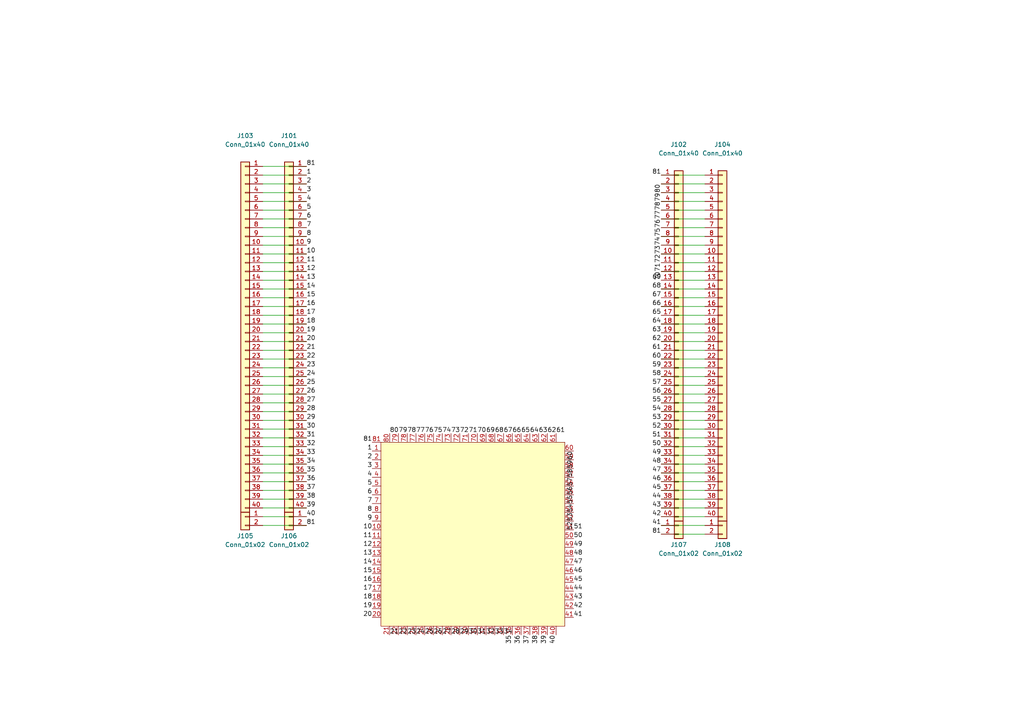
<source format=kicad_sch>
(kicad_sch (version 20250114) (generator "eeschema") (generator_version "9.0")
  (paper "A4")
  (lib_symbols
    (symbol "Connector_Generic:Conn_01x02" (pin_names (offset 1.016) (hide yes))
      (property "Reference" "J" (at 0 2.54 0))
      (property "Value" "Conn_01x02" (at 0 -5.08 0))
      (symbol "Conn_01x02_1_1"
        (rectangle (start -1.27 1.27) (end 1.27 -3.81) (stroke (width 0.254)) (fill (type background)))
        (rectangle (start -1.27 0.127) (end 0 -0.127) (stroke (width 0.1524)))
        (rectangle (start -1.27 -2.413) (end 0 -2.667) (stroke (width 0.1524)))
        (pin passive line (at -5.08 0 0) (length 3.81) (name "Pin_1") (number "1"))
        (pin passive line (at -5.08 -2.54 0) (length 3.81) (name "Pin_2") (number "2"))
      )
    )
    (symbol "Connector_Generic:Conn_01x40" (pin_names (offset 1.016) (hide yes))
      (property "Reference" "J" (at 0 50.8 0))
      (property "Value" "Conn_01x40" (at 0 -53.34 0))
      (symbol "Conn_01x40_1_1"
        (rectangle (start -1.27 49.53) (end 1.27 -52.07) (stroke (width 0.254)) (fill (type background)))
        (rectangle (start -1.27 48.387) (end 0 48.133) (stroke (width 0.1524)))
        (rectangle (start -1.27 45.847) (end 0 45.593) (stroke (width 0.1524)))
        (rectangle (start -1.27 43.307) (end 0 43.053) (stroke (width 0.1524)))
        (rectangle (start -1.27 40.767) (end 0 40.513) (stroke (width 0.1524)))
        (rectangle (start -1.27 38.227) (end 0 37.973) (stroke (width 0.1524)))
        (rectangle (start -1.27 35.687) (end 0 35.433) (stroke (width 0.1524)))
        (rectangle (start -1.27 33.147) (end 0 32.893) (stroke (width 0.1524)))
        (rectangle (start -1.27 30.607) (end 0 30.353) (stroke (width 0.1524)))
        (rectangle (start -1.27 28.067) (end 0 27.813) (stroke (width 0.1524)))
        (rectangle (start -1.27 25.527) (end 0 25.273) (stroke (width 0.1524)))
        (rectangle (start -1.27 22.987) (end 0 22.733) (stroke (width 0.1524)))
        (rectangle (start -1.27 20.447) (end 0 20.193) (stroke (width 0.1524)))
        (rectangle (start -1.27 17.907) (end 0 17.653) (stroke (width 0.1524)))
        (rectangle (start -1.27 15.367) (end 0 15.113) (stroke (width 0.1524)))
        (rectangle (start -1.27 12.827) (end 0 12.573) (stroke (width 0.1524)))
        (rectangle (start -1.27 10.287) (end 0 10.033) (stroke (width 0.1524)))
        (rectangle (start -1.27 7.747) (end 0 7.493) (stroke (width 0.1524)))
        (rectangle (start -1.27 5.207) (end 0 4.953) (stroke (width 0.1524)))
        (rectangle (start -1.27 2.667) (end 0 2.413) (stroke (width 0.1524)))
        (rectangle (start -1.27 0.127) (end 0 -0.127) (stroke (width 0.1524)))
        (rectangle (start -1.27 -2.413) (end 0 -2.667) (stroke (width 0.1524)))
        (rectangle (start -1.27 -4.953) (end 0 -5.207) (stroke (width 0.1524)))
        (rectangle (start -1.27 -7.493) (end 0 -7.747) (stroke (width 0.1524)))
        (rectangle (start -1.27 -10.033) (end 0 -10.287) (stroke (width 0.1524)))
        (rectangle (start -1.27 -12.573) (end 0 -12.827) (stroke (width 0.1524)))
        (rectangle (start -1.27 -15.113) (end 0 -15.367) (stroke (width 0.1524)))
        (rectangle (start -1.27 -17.653) (end 0 -17.907) (stroke (width 0.1524)))
        (rectangle (start -1.27 -20.193) (end 0 -20.447) (stroke (width 0.1524)))
        (rectangle (start -1.27 -22.733) (end 0 -22.987) (stroke (width 0.1524)))
        (rectangle (start -1.27 -25.273) (end 0 -25.527) (stroke (width 0.1524)))
        (rectangle (start -1.27 -27.813) (end 0 -28.067) (stroke (width 0.1524)))
        (rectangle (start -1.27 -30.353) (end 0 -30.607) (stroke (width 0.1524)))
        (rectangle (start -1.27 -32.893) (end 0 -33.147) (stroke (width 0.1524)))
        (rectangle (start -1.27 -35.433) (end 0 -35.687) (stroke (width 0.1524)))
        (rectangle (start -1.27 -37.973) (end 0 -38.227) (stroke (width 0.1524)))
        (rectangle (start -1.27 -40.513) (end 0 -40.767) (stroke (width 0.1524)))
        (rectangle (start -1.27 -43.053) (end 0 -43.307) (stroke (width 0.1524)))
        (rectangle (start -1.27 -45.593) (end 0 -45.847) (stroke (width 0.1524)))
        (rectangle (start -1.27 -48.133) (end 0 -48.387) (stroke (width 0.1524)))
        (rectangle (start -1.27 -50.673) (end 0 -50.927) (stroke (width 0.1524)))
        (pin passive line (at -5.08 48.26 0) (length 3.81) (name "Pin_1") (number "1"))
        (pin passive line (at -5.08 45.72 0) (length 3.81) (name "Pin_2") (number "2"))
        (pin passive line (at -5.08 43.18 0) (length 3.81) (name "Pin_3") (number "3"))
        (pin passive line (at -5.08 40.64 0) (length 3.81) (name "Pin_4") (number "4"))
        (pin passive line (at -5.08 38.1 0) (length 3.81) (name "Pin_5") (number "5"))
        (pin passive line (at -5.08 35.56 0) (length 3.81) (name "Pin_6") (number "6"))
        (pin passive line (at -5.08 33.02 0) (length 3.81) (name "Pin_7") (number "7"))
        (pin passive line (at -5.08 30.48 0) (length 3.81) (name "Pin_8") (number "8"))
        (pin passive line (at -5.08 27.94 0) (length 3.81) (name "Pin_9") (number "9"))
        (pin passive line (at -5.08 25.4 0) (length 3.81) (name "Pin_10") (number "10"))
        (pin passive line (at -5.08 22.86 0) (length 3.81) (name "Pin_11") (number "11"))
        (pin passive line (at -5.08 20.32 0) (length 3.81) (name "Pin_12") (number "12"))
        (pin passive line (at -5.08 17.78 0) (length 3.81) (name "Pin_13") (number "13"))
        (pin passive line (at -5.08 15.24 0) (length 3.81) (name "Pin_14") (number "14"))
        (pin passive line (at -5.08 12.7 0) (length 3.81) (name "Pin_15") (number "15"))
        (pin passive line (at -5.08 10.16 0) (length 3.81) (name "Pin_16") (number "16"))
        (pin passive line (at -5.08 7.62 0) (length 3.81) (name "Pin_17") (number "17"))
        (pin passive line (at -5.08 5.08 0) (length 3.81) (name "Pin_18") (number "18"))
        (pin passive line (at -5.08 2.54 0) (length 3.81) (name "Pin_19") (number "19"))
        (pin passive line (at -5.08 0 0) (length 3.81) (name "Pin_20") (number "20"))
        (pin passive line (at -5.08 -2.54 0) (length 3.81) (name "Pin_21") (number "21"))
        (pin passive line (at -5.08 -5.08 0) (length 3.81) (name "Pin_22") (number "22"))
        (pin passive line (at -5.08 -7.62 0) (length 3.81) (name "Pin_23") (number "23"))
        (pin passive line (at -5.08 -10.16 0) (length 3.81) (name "Pin_24") (number "24"))
        (pin passive line (at -5.08 -12.7 0) (length 3.81) (name "Pin_25") (number "25"))
        (pin passive line (at -5.08 -15.24 0) (length 3.81) (name "Pin_26") (number "26"))
        (pin passive line (at -5.08 -17.78 0) (length 3.81) (name "Pin_27") (number "27"))
        (pin passive line (at -5.08 -20.32 0) (length 3.81) (name "Pin_28") (number "28"))
        (pin passive line (at -5.08 -22.86 0) (length 3.81) (name "Pin_29") (number "29"))
        (pin passive line (at -5.08 -25.4 0) (length 3.81) (name "Pin_30") (number "30"))
        (pin passive line (at -5.08 -27.94 0) (length 3.81) (name "Pin_31") (number "31"))
        (pin passive line (at -5.08 -30.48 0) (length 3.81) (name "Pin_32") (number "32"))
        (pin passive line (at -5.08 -33.02 0) (length 3.81) (name "Pin_33") (number "33"))
        (pin passive line (at -5.08 -35.56 0) (length 3.81) (name "Pin_34") (number "34"))
        (pin passive line (at -5.08 -38.1 0) (length 3.81) (name "Pin_35") (number "35"))
        (pin passive line (at -5.08 -40.64 0) (length 3.81) (name "Pin_36") (number "36"))
        (pin passive line (at -5.08 -43.18 0) (length 3.81) (name "Pin_37") (number "37"))
        (pin passive line (at -5.08 -45.72 0) (length 3.81) (name "Pin_38") (number "38"))
        (pin passive line (at -5.08 -48.26 0) (length 3.81) (name "Pin_39") (number "39"))
        (pin passive line (at -5.08 -50.8 0) (length 3.81) (name "Pin_40") (number "40"))
      )
    )
    (symbol "Interface_Ethernet:VSC8541XMV-0x"
      (symbol "VSC8541XMV-0x_0_0"
        (pin unspecified line (at -30.48 25.4 0) (length 2.54) (name "") (number "81"))
        (pin unspecified line (at -30.48 22.86 0) (length 2.54) (name "") (number "1"))
        (pin unspecified line (at -30.48 20.32 0) (length 2.54) (name "") (number "2"))
        (pin unspecified line (at -30.48 17.78 0) (length 2.54) (name "") (number "3"))
        (pin unspecified line (at -30.48 15.24 0) (length 2.54) (name "") (number "4"))
        (pin unspecified line (at -30.48 12.7 0) (length 2.54) (name "") (number "5"))
        (pin unspecified line (at -30.48 10.16 0) (length 2.54) (name "") (number "6"))
        (pin unspecified line (at -30.48 7.62 0) (length 2.54) (name "") (number "7"))
        (pin unspecified line (at -30.48 5.08 0) (length 2.54) (name "") (number "8"))
        (pin unspecified line (at -30.48 2.54 0) (length 2.54) (name "") (number "9"))
        (pin unspecified line (at -30.48 0 0) (length 2.54) (name "") (number "10"))
        (pin unspecified line (at -30.48 -2.54 0) (length 2.54) (name "") (number "11"))
        (pin unspecified line (at -30.48 -5.08 0) (length 2.54) (name "") (number "12"))
        (pin unspecified line (at -30.48 -7.62 0) (length 2.54) (name "") (number "13"))
        (pin unspecified line (at -30.48 -10.16 0) (length 2.54) (name "") (number "14"))
        (pin unspecified line (at -30.48 -12.7 0) (length 2.54) (name "") (number "15"))
        (pin unspecified line (at -30.48 -15.24 0) (length 2.54) (name "") (number "16"))
        (pin unspecified line (at -30.48 -17.78 0) (length 2.54) (name "") (number "17"))
        (pin unspecified line (at -30.48 -20.32 0) (length 2.54) (name "") (number "18"))
        (pin unspecified line (at -30.48 -22.86 0) (length 2.54) (name "") (number "19"))
        (pin unspecified line (at -30.48 -25.4 0) (length 2.54) (name "") (number "20"))
        (pin unspecified line (at -25.4 27.94 270) (length 2.54) (name "") (number "80"))
        (pin unspecified line (at -25.4 -30.48 90) (length 2.54) (name "") (number "21"))
        (pin unspecified line (at -22.86 27.94 270) (length 2.54) (name "") (number "79"))
        (pin unspecified line (at -22.86 -30.48 90) (length 2.54) (name "") (number "22"))
        (pin unspecified line (at -20.32 27.94 270) (length 2.54) (name "") (number "78"))
        (pin unspecified line (at -20.32 -30.48 90) (length 2.54) (name "") (number "23"))
        (pin unspecified line (at -17.78 27.94 270) (length 2.54) (name "") (number "77"))
        (pin unspecified line (at -17.78 -30.48 90) (length 2.54) (name "") (number "24"))
        (pin unspecified line (at -15.24 27.94 270) (length 2.54) (name "") (number "76"))
        (pin unspecified line (at -15.24 -30.48 90) (length 2.54) (name "") (number "25"))
        (pin unspecified line (at -12.7 27.94 270) (length 2.54) (name "") (number "75"))
        (pin unspecified line (at -12.7 -30.48 90) (length 2.54) (name "") (number "26"))
        (pin unspecified line (at -10.16 27.94 270) (length 2.54) (name "") (number "74"))
        (pin unspecified line (at -10.16 -30.48 90) (length 2.54) (name "") (number "27"))
        (pin unspecified line (at -7.62 27.94 270) (length 2.54) (name "") (number "73"))
        (pin unspecified line (at -7.62 -30.48 90) (length 2.54) (name "") (number "28"))
        (pin unspecified line (at -5.08 27.94 270) (length 2.54) (name "") (number "72"))
        (pin unspecified line (at -5.08 -30.48 90) (length 2.54) (name "") (number "29"))
        (pin unspecified line (at -2.54 27.94 270) (length 2.54) (name "") (number "71"))
        (pin unspecified line (at -2.54 -30.48 90) (length 2.54) (name "") (number "30"))
        (pin unspecified line (at 0 27.94 270) (length 2.54) (name "") (number "70"))
        (pin unspecified line (at 0 -30.48 90) (length 2.54) (name "") (number "31"))
        (pin unspecified line (at 2.54 27.94 270) (length 2.54) (name "") (number "69"))
        (pin unspecified line (at 2.54 -30.48 90) (length 2.54) (name "") (number "32"))
        (pin unspecified line (at 5.08 27.94 270) (length 2.54) (name "") (number "68"))
        (pin unspecified line (at 5.08 -30.48 90) (length 2.54) (name "") (number "33"))
        (pin unspecified line (at 7.62 27.94 270) (length 2.54) (name "") (number "67"))
        (pin unspecified line (at 7.62 -30.48 90) (length 2.54) (name "") (number "34"))
        (pin unspecified line (at 10.16 27.94 270) (length 2.54) (name "") (number "66"))
        (pin unspecified line (at 10.16 -30.48 90) (length 2.54) (name "") (number "35"))
        (pin unspecified line (at 12.7 27.94 270) (length 2.54) (name "") (number "65"))
        (pin unspecified line (at 12.7 -30.48 90) (length 2.54) (name "") (number "36"))
        (pin unspecified line (at 15.24 27.94 270) (length 2.54) (name "") (number "64"))
        (pin unspecified line (at 15.24 -30.48 90) (length 2.54) (name "") (number "37"))
        (pin unspecified line (at 17.78 27.94 270) (length 2.54) (name "") (number "63"))
        (pin unspecified line (at 17.78 -30.48 90) (length 2.54) (name "") (number "38"))
        (pin unspecified line (at 20.32 27.94 270) (length 2.54) (name "") (number "62"))
        (pin unspecified line (at 20.32 -30.48 90) (length 2.54) (name "") (number "39"))
        (pin unspecified line (at 22.86 27.94 270) (length 2.54) (name "") (number "61"))
        (pin unspecified line (at 22.86 -30.48 90) (length 2.54) (name "") (number "40"))
        (pin unspecified line (at 27.94 22.86 180) (length 2.54) (name "") (number "60"))
        (pin unspecified line (at 27.94 20.32 180) (length 2.54) (name "") (number "59"))
        (pin unspecified line (at 27.94 17.78 180) (length 2.54) (name "") (number "58"))
        (pin unspecified line (at 27.94 15.24 180) (length 2.54) (name "") (number "57"))
        (pin unspecified line (at 27.94 12.7 180) (length 2.54) (name "") (number "56"))
        (pin unspecified line (at 27.94 10.16 180) (length 2.54) (name "") (number "55"))
        (pin unspecified line (at 27.94 7.62 180) (length 2.54) (name "") (number "54"))
        (pin unspecified line (at 27.94 5.08 180) (length 2.54) (name "") (number "53"))
        (pin unspecified line (at 27.94 2.54 180) (length 2.54) (name "") (number "52"))
        (pin unspecified line (at 27.94 0 180) (length 2.54) (name "") (number "51"))
        (pin unspecified line (at 27.94 -2.54 180) (length 2.54) (name "") (number "50"))
        (pin unspecified line (at 27.94 -5.08 180) (length 2.54) (name "") (number "49"))
        (pin unspecified line (at 27.94 -7.62 180) (length 2.54) (name "") (number "48"))
        (pin unspecified line (at 27.94 -10.16 180) (length 2.54) (name "") (number "47"))
        (pin unspecified line (at 27.94 -12.7 180) (length 2.54) (name "") (number "46"))
        (pin unspecified line (at 27.94 -15.24 180) (length 2.54) (name "") (number "45"))
        (pin unspecified line (at 27.94 -17.78 180) (length 2.54) (name "") (number "44"))
        (pin unspecified line (at 27.94 -20.32 180) (length 2.54) (name "") (number "43"))
        (pin unspecified line (at 27.94 -22.86 180) (length 2.54) (name "") (number "42"))
        (pin unspecified line (at 27.94 -25.4 180) (length 2.54) (name "") (number "41"))
      )
      (symbol "VSC8541XMV-0x_1_1"
        (rectangle (start -27.94 25.4) (end 25.4 -27.94) (fill (type background)))
      )
    )
  )
  (wire (pts (xy 204.47 124.46) (xy 191.77 124.46)))
  (wire (pts (xy 204.47 66.04) (xy 191.77 66.04)))
  (wire (pts (xy 76.2 121.92) (xy 88.9 121.92)))
  (wire (pts (xy 76.2 116.84) (xy 88.9 116.84)))
  (wire (pts (xy 76.2 60.96) (xy 88.9 60.96)))
  (wire (pts (xy 204.47 101.6) (xy 191.77 101.6)))
  (wire (pts (xy 204.47 111.76) (xy 191.77 111.76)))
  (wire (pts (xy 76.2 137.16) (xy 88.9 137.16)))
  (wire (pts (xy 76.2 88.9) (xy 88.9 88.9)))
  (wire (pts (xy 191.77 147.32) (xy 204.47 147.32)))
  (wire (pts (xy 76.2 111.76) (xy 88.9 111.76)))
  (wire (pts (xy 76.2 119.38) (xy 88.9 119.38)))
  (wire (pts (xy 76.2 127) (xy 88.9 127)))
  (wire (pts (xy 204.47 121.92) (xy 191.77 121.92)))
  (wire (pts (xy 76.2 71.12) (xy 88.9 71.12)))
  (wire (pts (xy 76.2 50.8) (xy 88.9 50.8)))
  (wire (pts (xy 76.2 48.26) (xy 88.9 48.26)))
  (wire (pts (xy 204.47 81.28) (xy 191.77 81.28)))
  (wire (pts (xy 76.2 91.44) (xy 88.9 91.44)))
  (wire (pts (xy 76.2 63.5) (xy 88.9 63.5)))
  (wire (pts (xy 76.2 142.24) (xy 88.9 142.24)))
  (wire (pts (xy 76.2 104.14) (xy 88.9 104.14)))
  (wire (pts (xy 76.2 129.54) (xy 88.9 129.54)))
  (wire (pts (xy 76.2 66.04) (xy 88.9 66.04)))
  (wire (pts (xy 204.47 58.42) (xy 191.77 58.42)))
  (wire (pts (xy 76.2 101.6) (xy 88.9 101.6)))
  (wire (pts (xy 76.2 149.86) (xy 88.9 149.86)))
  (wire (pts (xy 204.47 88.9) (xy 191.77 88.9)))
  (wire (pts (xy 204.47 78.74) (xy 191.77 78.74)))
  (wire (pts (xy 191.77 149.86) (xy 204.47 149.86)))
  (wire (pts (xy 204.47 76.2) (xy 191.77 76.2)))
  (wire (pts (xy 204.47 60.96) (xy 191.77 60.96)))
  (wire (pts (xy 76.2 83.82) (xy 88.9 83.82)))
  (wire (pts (xy 204.47 104.14) (xy 191.77 104.14)))
  (wire (pts (xy 204.47 93.98) (xy 191.77 93.98)))
  (wire (pts (xy 76.2 134.62) (xy 88.9 134.62)))
  (wire (pts (xy 204.47 73.66) (xy 191.77 73.66)))
  (wire (pts (xy 76.2 124.46) (xy 88.9 124.46)))
  (wire (pts (xy 76.2 114.3) (xy 88.9 114.3)))
  (wire (pts (xy 204.47 119.38) (xy 191.77 119.38)))
  (wire (pts (xy 204.47 134.62) (xy 191.77 134.62)))
  (wire (pts (xy 76.2 152.4) (xy 88.9 152.4)))
  (wire (pts (xy 76.2 144.78) (xy 88.9 144.78)))
  (wire (pts (xy 204.47 96.52) (xy 191.77 96.52)))
  (wire (pts (xy 204.47 114.3) (xy 191.77 114.3)))
  (wire (pts (xy 204.47 132.08) (xy 191.77 132.08)))
  (wire (pts (xy 76.2 81.28) (xy 88.9 81.28)))
  (wire (pts (xy 76.2 147.32) (xy 88.9 147.32)))
  (wire (pts (xy 76.2 96.52) (xy 88.9 96.52)))
  (wire (pts (xy 204.47 63.5) (xy 191.77 63.5)))
  (wire (pts (xy 76.2 106.68) (xy 88.9 106.68)))
  (wire (pts (xy 204.47 137.16) (xy 191.77 137.16)))
  (wire (pts (xy 204.47 116.84) (xy 191.77 116.84)))
  (wire (pts (xy 204.47 53.34) (xy 191.77 53.34)))
  (wire (pts (xy 76.2 109.22) (xy 88.9 109.22)))
  (wire (pts (xy 191.77 154.94) (xy 204.47 154.94)))
  (wire (pts (xy 204.47 127) (xy 191.77 127)))
  (wire (pts (xy 76.2 139.7) (xy 88.9 139.7)))
  (wire (pts (xy 76.2 68.58) (xy 88.9 68.58)))
  (wire (pts (xy 204.47 106.68) (xy 191.77 106.68)))
  (wire (pts (xy 191.77 142.24) (xy 204.47 142.24)))
  (wire (pts (xy 191.77 144.78) (xy 204.47 144.78)))
  (wire (pts (xy 204.47 91.44) (xy 191.77 91.44)))
  (wire (pts (xy 204.47 55.88) (xy 191.77 55.88)))
  (wire (pts (xy 76.2 99.06) (xy 88.9 99.06)))
  (wire (pts (xy 204.47 71.12) (xy 191.77 71.12)))
  (wire (pts (xy 76.2 78.74) (xy 88.9 78.74)))
  (wire (pts (xy 76.2 53.34) (xy 88.9 53.34)))
  (wire (pts (xy 76.2 55.88) (xy 88.9 55.88)))
  (wire (pts (xy 204.47 129.54) (xy 191.77 129.54)))
  (wire (pts (xy 204.47 99.06) (xy 191.77 99.06)))
  (wire (pts (xy 191.77 152.4) (xy 204.47 152.4)))
  (wire (pts (xy 204.47 83.82) (xy 191.77 83.82)))
  (wire (pts (xy 76.2 58.42) (xy 88.9 58.42)))
  (wire (pts (xy 76.2 86.36) (xy 88.9 86.36)))
  (wire (pts (xy 204.47 86.36) (xy 191.77 86.36)))
  (wire (pts (xy 204.47 139.7) (xy 191.77 139.7)))
  (wire (pts (xy 76.2 76.2) (xy 88.9 76.2)))
  (wire (pts (xy 76.2 132.08) (xy 88.9 132.08)))
  (wire (pts (xy 204.47 68.58) (xy 191.77 68.58)))
  (wire (pts (xy 204.47 50.8) (xy 191.77 50.8)))
  (wire (pts (xy 76.2 93.98) (xy 88.9 93.98)))
  (wire (pts (xy 76.2 73.66) (xy 88.9 73.66)))
  (wire (pts (xy 204.47 109.22) (xy 191.77 109.22)))
  (label "31" (at 88.9 127 0))
  (label "75" (at 191.77 66.04 270))
  (label "19" (at 88.9 96.52 0))
  (label "29" (at 88.9 121.92 0))
  (label "20" (at 88.9 99.06 0))
  (label "54" (at 191.77 119.38 180))
  (label "62" (at 191.77 99.06 180))
  (label "57" (at 191.77 111.76 180))
  (label "51" (at 191.77 127 180))
  (label "26" (at 88.9 114.3 0))
  (label "43" (at 191.77 147.32 180))
  (label "78" (at 191.77 58.42 270))
  (label "40" (at 88.9 149.86 0))
  (label "12" (at 88.9 78.74 0))
  (label "74" (at 191.77 68.58 270))
  (label "70" (at 138.43 125.73 0))
  (label "71" (at 135.89 125.73 0))
  (label "73" (at 130.81 125.73 0))
  (label "74" (at 128.27 125.73 0))
  (label "75" (at 125.73 125.73 0))
  (label "72" (at 133.35 125.73 0))
  (label "76" (at 123.19 125.73 0))
  (label "79" (at 115.57 125.73 0))
  (label "80" (at 113.03 125.73 0))
  (label "77" (at 120.65 125.73 0))
  (label "78" (at 118.11 125.73 0))
  (label "81" (at 107.95 128.27 180))
  (label "53" (at 191.77 121.92 180))
  (label "23" (at 88.9 106.68 0))
  (label "72" (at 191.77 73.66 270))
  (label "66" (at 191.77 88.9 180))
  (label "11" (at 88.9 76.2 0))
  (label "50" (at 191.77 129.54 180))
  (label "63" (at 191.77 96.52 180))
  (label "70" (at 191.77 78.74 270))
  (label "10" (at 88.9 73.66 0))
  (label "58" (at 191.77 109.22 180))
  (label "36" (at 88.9 139.7 0))
  (label "16" (at 88.9 88.9 0))
  (label "69" (at 191.77 81.28 180))
  (label "14" (at 88.9 83.82 0))
  (label "56" (at 191.77 114.3 180))
  (label "45" (at 191.77 142.24 180))
  (label "3" (at 88.9 55.88 0))
  (label "39" (at 88.9 147.32 0))
  (label "61" (at 191.77 101.6 180))
  (label "8" (at 88.9 68.58 0))
  (label "18" (at 88.9 93.98 0))
  (label "4" (at 88.9 58.42 0))
  (label "47" (at 191.77 137.16 180))
  (label "17" (at 88.9 91.44 0))
  (label "37" (at 88.9 142.24 0))
  (label "77" (at 191.77 60.96 270))
  (label "21" (at 88.9 101.6 0))
  (label "73" (at 191.77 71.12 270))
  (label "46" (at 191.77 139.7 180))
  (label "35" (at 88.9 137.16 0))
  (label "7" (at 88.9 66.04 0))
  (label "44" (at 191.77 144.78 180))
  (label "13" (at 88.9 81.28 0))
  (label "55" (at 191.77 116.84 180))
  (label "27" (at 88.9 116.84 0))
  (label "24" (at 88.9 109.22 0))
  (label "15" (at 88.9 86.36 0))
  (label "76" (at 191.77 63.5 270))
  (label "2" (at 88.9 53.34 0))
  (label "38" (at 88.9 144.78 0))
  (label "52" (at 191.77 124.46 180))
  (label "48" (at 191.77 134.62 180))
  (label "81" (at 88.9 48.26 0))
  (label "1" (at 88.9 50.8 0))
  (label "71" (at 191.77 76.2 270))
  (label "22" (at 88.9 104.14 0))
  (label "32" (at 88.9 129.54 0))
  (label "68" (at 191.77 83.82 180))
  (label "59" (at 191.77 106.68 180))
  (label "3" (at 107.95 135.89 180))
  (label "1" (at 107.95 130.81 180))
  (label "2" (at 107.95 133.35 180))
  (label "69" (at 140.97 125.73 0))
  (label "4" (at 107.95 138.43 180))
  (label "5" (at 107.95 140.97 180))
  (label "6" (at 107.95 143.51 180))
  (label "7" (at 107.95 146.05 180))
  (label "8" (at 107.95 148.59 180))
  (label "10" (at 107.95 153.67 180))
  (label "11" (at 107.95 156.21 180))
  (label "12" (at 107.95 158.75 180))
  (label "9" (at 107.95 151.13 180))
  (label "13" (at 107.95 161.29 180))
  (label "14" (at 107.95 163.83 180))
  (label "15" (at 107.95 166.37 180))
  (label "16" (at 107.95 168.91 180))
  (label "17" (at 107.95 171.45 180))
  (label "63" (at 156.21 125.73 0))
  (label "64" (at 153.67 125.73 0))
  (label "65" (at 151.13 125.73 0))
  (label "66" (at 148.59 125.73 0))
  (label "59" (at 166.37 133.35 270))
  (label "60" (at 166.37 130.81 270))
  (label "61" (at 161.29 125.73 0))
  (label "62" (at 158.75 125.73 0))
  (label "55" (at 166.37 143.51 270))
  (label "56" (at 166.37 140.97 270))
  (label "57" (at 166.37 138.43 270))
  (label "58" (at 166.37 135.89 270))
  (label "52" (at 166.37 151.13 270))
  (label "68" (at 143.51 125.73 0))
  (label "67" (at 146.05 125.73 0))
  (label "54" (at 166.37 146.05 270))
  (label "53" (at 166.37 148.59 270))
  (label "36" (at 151.13 184.15 270))
  (label "37" (at 153.67 184.15 270))
  (label "38" (at 156.21 184.15 270))
  (label "35" (at 148.59 184.15 270))
  (label "40" (at 161.29 184.15 270))
  (label "39" (at 158.75 184.15 270))
  (label "49" (at 166.37 158.75 0))
  (label "50" (at 166.37 156.21 0))
  (label "51" (at 166.37 153.67 0))
  (label "48" (at 166.37 161.29 0))
  (label "47" (at 166.37 163.83 0))
  (label "44" (at 166.37 171.45 0))
  (label "43" (at 166.37 173.99 0))
  (label "45" (at 166.37 168.91 0))
  (label "46" (at 166.37 166.37 0))
  (label "42" (at 166.37 176.53 0))
  (label "41" (at 166.37 179.07 0))
  (label "18" (at 107.95 173.99 180))
  (label "34" (at 146.05 184.15 0))
  (label "21" (at 113.03 184.15 0))
  (label "20" (at 107.95 179.07 180))
  (label "19" (at 107.95 176.53 180))
  (label "22" (at 115.57 184.15 0))
  (label "23" (at 118.11 184.15 0))
  (label "24" (at 120.65 184.15 0))
  (label "25" (at 123.19 184.15 0))
  (label "26" (at 125.73 184.15 0))
  (label "27" (at 128.27 184.15 0))
  (label "28" (at 130.81 184.15 0))
  (label "29" (at 133.35 184.15 0))
  (label "30" (at 135.89 184.15 0))
  (label "31" (at 138.43 184.15 0))
  (label "32" (at 140.97 184.15 0))
  (label "33" (at 143.51 184.15 0))
  (label "34" (at 88.9 134.62 0))
  (label "65" (at 191.77 91.44 180))
  (label "41" (at 191.77 152.4 180))
  (label "79" (at 191.77 55.88 270))
  (label "81" (at 191.77 154.94 180))
  (label "5" (at 88.9 60.96 0))
  (label "64" (at 191.77 93.98 180))
  (label "30" (at 88.9 124.46 0))
  (label "33" (at 88.9 132.08 0))
  (label "42" (at 191.77 149.86 180))
  (label "49" (at 191.77 132.08 180))
  (label "9" (at 88.9 71.12 0))
  (label "80" (at 191.77 53.34 270))
  (label "6" (at 88.9 63.5 0))
  (label "81" (at 191.77 50.8 180))
  (label "81" (at 88.9 152.4 0))
  (label "60" (at 191.77 104.14 180))
  (label "67" (at 191.77 86.36 180))
  (label "28" (at 88.9 119.38 0))
  (label "25" (at 88.9 111.76 0))
  (symbol (lib_id "Interface_Ethernet:VSC8541XMV-0x") (at 138.43 153.67 0) (unit 1)
    (property "Reference" "U101" (effects (hide yes)))
    (property "Value" "QFN-80" (effects (hide yes)))
    (property "Footprint" "Package_DFN_QFN:QFN-80-1EP_10x10mm_P0.4mm_EP3.4x3.4mm_ThermalVias" (effects (hide yes)))
  )
  (symbol (lib_id "Connector_Generic:Conn_01x02") (at 71.12 149.86 0) (mirror y) (unit 1)
    (property "Reference" "J105" (at 71.12 155.448 0))
    (property "Value" "Conn_01x02" (at 71.12 157.988 0))
    (property "Footprint" "Connector_PinHeader_2.54mm:PinHeader_1x02_P2.54mm_Vertical_SMD_Pin1Left" (effects (hide yes)))
    (property "Description" "Generic connector, single row, 01x02, script generated (kicad-library-utils/schlib/autogen/connector/)" (effects (hide yes)))
  )
  (symbol (lib_id "Connector_Generic:Conn_01x40") (at 209.55 99.06 0) (unit 1)
    (property "Reference" "J104" (at 209.55 41.91 0))
    (property "Value" "Conn_01x40" (at 209.55 44.45 0))
    (property "Footprint" "Connector_PinHeader_2.54mm:PinHeader_1x40_P2.54mm_Vertical_SMD_Pin1Right" (effects (hide yes)))
    (property "Description" "Generic connector, single row, 01x40, script generated (kicad-library-utils/schlib/autogen/connector/)" (effects (hide yes)))
  )
  (symbol (lib_id "Connector_Generic:Conn_01x02") (at 83.82 149.86 0) (mirror y) (unit 1)
    (property "Reference" "J106" (at 83.82 155.448 0))
    (property "Value" "Conn_01x02" (at 83.82 157.988 0))
    (property "Footprint" "Connector_PinHeader_2.54mm:PinHeader_1x02_P2.54mm_Vertical" (effects (hide yes)))
    (property "Description" "Generic connector, single row, 01x02, script generated (kicad-library-utils/schlib/autogen/connector/)" (effects (hide yes)))
  )
  (symbol (lib_id "Connector_Generic:Conn_01x40") (at 83.82 96.52 0) (mirror y) (unit 1)
    (property "Reference" "J101" (at 83.82 39.37 0))
    (property "Value" "Conn_01x40" (at 83.82 41.91 0))
    (property "Footprint" "Connector_PinHeader_2.54mm:PinHeader_1x40_P2.54mm_Vertical" (effects (hide yes)))
    (property "Description" "Generic connector, single row, 01x40, script generated (kicad-library-utils/schlib/autogen/connector/)" (effects (hide yes)))
  )
  (symbol (lib_id "Connector_Generic:Conn_01x02") (at 196.85 152.4 0) (unit 1)
    (property "Reference" "J107" (at 196.85 157.988 0))
    (property "Value" "Conn_01x02" (at 196.85 160.528 0))
    (property "Footprint" "Connector_PinHeader_2.54mm:PinHeader_1x02_P2.54mm_Vertical" (effects (hide yes)))
    (property "Description" "Generic connector, single row, 01x02, script generated (kicad-library-utils/schlib/autogen/connector/)" (effects (hide yes)))
  )
  (symbol (lib_id "Connector_Generic:Conn_01x40") (at 196.85 99.06 0) (unit 1)
    (property "Reference" "J102" (at 196.85 41.91 0))
    (property "Value" "Conn_01x40" (at 196.85 44.45 0))
    (property "Footprint" "Connector_PinHeader_2.54mm:PinHeader_1x40_P2.54mm_Vertical" (effects (hide yes)))
    (property "Description" "Generic connector, single row, 01x40, script generated (kicad-library-utils/schlib/autogen/connector/)" (effects (hide yes)))
  )
  (symbol (lib_id "Connector_Generic:Conn_01x02") (at 209.55 152.4 0) (unit 1)
    (property "Reference" "J108" (at 209.55 157.988 0))
    (property "Value" "Conn_01x02" (at 209.55 160.528 0))
    (property "Footprint" "Connector_PinHeader_2.54mm:PinHeader_1x02_P2.54mm_Vertical_SMD_Pin1Right" (effects (hide yes)))
    (property "Description" "Generic connector, single row, 01x02, script generated (kicad-library-utils/schlib/autogen/connector/)" (effects (hide yes)))
  )
  (symbol (lib_id "Connector_Generic:Conn_01x40") (at 71.12 96.52 0) (mirror y) (unit 1)
    (property "Reference" "J103" (at 71.12 39.37 0))
    (property "Value" "Conn_01x40" (at 71.12 41.91 0))
    (property "Footprint" "Connector_PinHeader_2.54mm:PinHeader_1x40_P2.54mm_Vertical_SMD_Pin1Left" (effects (hide yes)))
    (property "Description" "Generic connector, single row, 01x40, script generated (kicad-library-utils/schlib/autogen/connector/)" (effects (hide yes)))
  )
)
</source>
